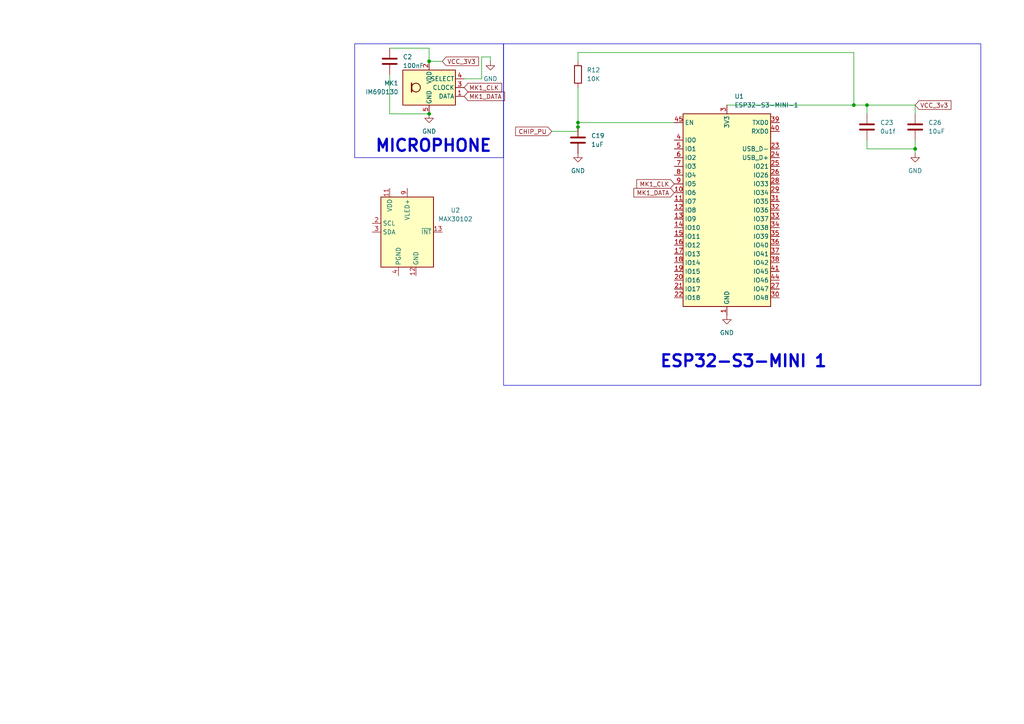
<source format=kicad_sch>
(kicad_sch
	(version 20231120)
	(generator "eeschema")
	(generator_version "8.0")
	(uuid "78882460-d555-4043-acb5-54fa315d5788")
	(paper "A4")
	(lib_symbols
		(symbol "Device:C"
			(pin_numbers hide)
			(pin_names
				(offset 0.254)
			)
			(exclude_from_sim no)
			(in_bom yes)
			(on_board yes)
			(property "Reference" "C"
				(at 0.635 2.54 0)
				(effects
					(font
						(size 1.27 1.27)
					)
					(justify left)
				)
			)
			(property "Value" "C"
				(at 0.635 -2.54 0)
				(effects
					(font
						(size 1.27 1.27)
					)
					(justify left)
				)
			)
			(property "Footprint" ""
				(at 0.9652 -3.81 0)
				(effects
					(font
						(size 1.27 1.27)
					)
					(hide yes)
				)
			)
			(property "Datasheet" "~"
				(at 0 0 0)
				(effects
					(font
						(size 1.27 1.27)
					)
					(hide yes)
				)
			)
			(property "Description" "Unpolarized capacitor"
				(at 0 0 0)
				(effects
					(font
						(size 1.27 1.27)
					)
					(hide yes)
				)
			)
			(property "ki_keywords" "cap capacitor"
				(at 0 0 0)
				(effects
					(font
						(size 1.27 1.27)
					)
					(hide yes)
				)
			)
			(property "ki_fp_filters" "C_*"
				(at 0 0 0)
				(effects
					(font
						(size 1.27 1.27)
					)
					(hide yes)
				)
			)
			(symbol "C_0_1"
				(polyline
					(pts
						(xy -2.032 -0.762) (xy 2.032 -0.762)
					)
					(stroke
						(width 0.508)
						(type default)
					)
					(fill
						(type none)
					)
				)
				(polyline
					(pts
						(xy -2.032 0.762) (xy 2.032 0.762)
					)
					(stroke
						(width 0.508)
						(type default)
					)
					(fill
						(type none)
					)
				)
			)
			(symbol "C_1_1"
				(pin passive line
					(at 0 3.81 270)
					(length 2.794)
					(name "~"
						(effects
							(font
								(size 1.27 1.27)
							)
						)
					)
					(number "1"
						(effects
							(font
								(size 1.27 1.27)
							)
						)
					)
				)
				(pin passive line
					(at 0 -3.81 90)
					(length 2.794)
					(name "~"
						(effects
							(font
								(size 1.27 1.27)
							)
						)
					)
					(number "2"
						(effects
							(font
								(size 1.27 1.27)
							)
						)
					)
				)
			)
		)
		(symbol "Device:R"
			(pin_numbers hide)
			(pin_names
				(offset 0)
			)
			(exclude_from_sim no)
			(in_bom yes)
			(on_board yes)
			(property "Reference" "R"
				(at 2.032 0 90)
				(effects
					(font
						(size 1.27 1.27)
					)
				)
			)
			(property "Value" "R"
				(at 0 0 90)
				(effects
					(font
						(size 1.27 1.27)
					)
				)
			)
			(property "Footprint" ""
				(at -1.778 0 90)
				(effects
					(font
						(size 1.27 1.27)
					)
					(hide yes)
				)
			)
			(property "Datasheet" "~"
				(at 0 0 0)
				(effects
					(font
						(size 1.27 1.27)
					)
					(hide yes)
				)
			)
			(property "Description" "Resistor"
				(at 0 0 0)
				(effects
					(font
						(size 1.27 1.27)
					)
					(hide yes)
				)
			)
			(property "ki_keywords" "R res resistor"
				(at 0 0 0)
				(effects
					(font
						(size 1.27 1.27)
					)
					(hide yes)
				)
			)
			(property "ki_fp_filters" "R_*"
				(at 0 0 0)
				(effects
					(font
						(size 1.27 1.27)
					)
					(hide yes)
				)
			)
			(symbol "R_0_1"
				(rectangle
					(start -1.016 -2.54)
					(end 1.016 2.54)
					(stroke
						(width 0.254)
						(type default)
					)
					(fill
						(type none)
					)
				)
			)
			(symbol "R_1_1"
				(pin passive line
					(at 0 3.81 270)
					(length 1.27)
					(name "~"
						(effects
							(font
								(size 1.27 1.27)
							)
						)
					)
					(number "1"
						(effects
							(font
								(size 1.27 1.27)
							)
						)
					)
				)
				(pin passive line
					(at 0 -3.81 90)
					(length 1.27)
					(name "~"
						(effects
							(font
								(size 1.27 1.27)
							)
						)
					)
					(number "2"
						(effects
							(font
								(size 1.27 1.27)
							)
						)
					)
				)
			)
		)
		(symbol "RF_Module:ESP32-S3-MINI-1"
			(exclude_from_sim no)
			(in_bom yes)
			(on_board yes)
			(property "Reference" "U"
				(at -11.43 29.21 0)
				(effects
					(font
						(size 1.27 1.27)
					)
				)
			)
			(property "Value" "ESP32-S3-MINI-1"
				(at 12.7 29.21 0)
				(effects
					(font
						(size 1.27 1.27)
					)
				)
			)
			(property "Footprint" "RF_Module:ESP32-S2-MINI-1"
				(at 15.24 -29.21 0)
				(effects
					(font
						(size 1.27 1.27)
					)
					(hide yes)
				)
			)
			(property "Datasheet" "https://www.espressif.com/sites/default/files/documentation/esp32-s3-mini-1_mini-1u_datasheet_en.pdf"
				(at 0 40.64 0)
				(effects
					(font
						(size 1.27 1.27)
					)
					(hide yes)
				)
			)
			(property "Description" "RF Module, ESP32-S3 SoC, Wi-Fi 802.11b/g/n, Bluetooth, BLE, 32-bit, 3.3V, SMD, onboard antenna"
				(at 0 43.18 0)
				(effects
					(font
						(size 1.27 1.27)
					)
					(hide yes)
				)
			)
			(property "ki_keywords" "RF Radio BT ESP ESP32-S3 Espressif"
				(at 0 0 0)
				(effects
					(font
						(size 1.27 1.27)
					)
					(hide yes)
				)
			)
			(property "ki_fp_filters" "ESP32?S*MINI?1"
				(at 0 0 0)
				(effects
					(font
						(size 1.27 1.27)
					)
					(hide yes)
				)
			)
			(symbol "ESP32-S3-MINI-1_0_1"
				(rectangle
					(start -12.7 27.94)
					(end 12.7 -27.94)
					(stroke
						(width 0.254)
						(type default)
					)
					(fill
						(type background)
					)
				)
			)
			(symbol "ESP32-S3-MINI-1_1_1"
				(pin power_in line
					(at 0 -30.48 90)
					(length 2.54)
					(name "GND"
						(effects
							(font
								(size 1.27 1.27)
							)
						)
					)
					(number "1"
						(effects
							(font
								(size 1.27 1.27)
							)
						)
					)
				)
				(pin bidirectional line
					(at -15.24 5.08 0)
					(length 2.54)
					(name "IO6"
						(effects
							(font
								(size 1.27 1.27)
							)
						)
					)
					(number "10"
						(effects
							(font
								(size 1.27 1.27)
							)
						)
					)
				)
				(pin bidirectional line
					(at -15.24 2.54 0)
					(length 2.54)
					(name "IO7"
						(effects
							(font
								(size 1.27 1.27)
							)
						)
					)
					(number "11"
						(effects
							(font
								(size 1.27 1.27)
							)
						)
					)
				)
				(pin bidirectional line
					(at -15.24 0 0)
					(length 2.54)
					(name "IO8"
						(effects
							(font
								(size 1.27 1.27)
							)
						)
					)
					(number "12"
						(effects
							(font
								(size 1.27 1.27)
							)
						)
					)
				)
				(pin bidirectional line
					(at -15.24 -2.54 0)
					(length 2.54)
					(name "IO9"
						(effects
							(font
								(size 1.27 1.27)
							)
						)
					)
					(number "13"
						(effects
							(font
								(size 1.27 1.27)
							)
						)
					)
				)
				(pin bidirectional line
					(at -15.24 -5.08 0)
					(length 2.54)
					(name "IO10"
						(effects
							(font
								(size 1.27 1.27)
							)
						)
					)
					(number "14"
						(effects
							(font
								(size 1.27 1.27)
							)
						)
					)
				)
				(pin bidirectional line
					(at -15.24 -7.62 0)
					(length 2.54)
					(name "IO11"
						(effects
							(font
								(size 1.27 1.27)
							)
						)
					)
					(number "15"
						(effects
							(font
								(size 1.27 1.27)
							)
						)
					)
				)
				(pin bidirectional line
					(at -15.24 -10.16 0)
					(length 2.54)
					(name "IO12"
						(effects
							(font
								(size 1.27 1.27)
							)
						)
					)
					(number "16"
						(effects
							(font
								(size 1.27 1.27)
							)
						)
					)
				)
				(pin bidirectional line
					(at -15.24 -12.7 0)
					(length 2.54)
					(name "IO13"
						(effects
							(font
								(size 1.27 1.27)
							)
						)
					)
					(number "17"
						(effects
							(font
								(size 1.27 1.27)
							)
						)
					)
				)
				(pin bidirectional line
					(at -15.24 -15.24 0)
					(length 2.54)
					(name "IO14"
						(effects
							(font
								(size 1.27 1.27)
							)
						)
					)
					(number "18"
						(effects
							(font
								(size 1.27 1.27)
							)
						)
					)
				)
				(pin bidirectional line
					(at -15.24 -17.78 0)
					(length 2.54)
					(name "IO15"
						(effects
							(font
								(size 1.27 1.27)
							)
						)
					)
					(number "19"
						(effects
							(font
								(size 1.27 1.27)
							)
						)
					)
				)
				(pin passive line
					(at 0 -30.48 90)
					(length 2.54) hide
					(name "GND"
						(effects
							(font
								(size 1.27 1.27)
							)
						)
					)
					(number "2"
						(effects
							(font
								(size 1.27 1.27)
							)
						)
					)
				)
				(pin bidirectional line
					(at -15.24 -20.32 0)
					(length 2.54)
					(name "IO16"
						(effects
							(font
								(size 1.27 1.27)
							)
						)
					)
					(number "20"
						(effects
							(font
								(size 1.27 1.27)
							)
						)
					)
				)
				(pin bidirectional line
					(at -15.24 -22.86 0)
					(length 2.54)
					(name "IO17"
						(effects
							(font
								(size 1.27 1.27)
							)
						)
					)
					(number "21"
						(effects
							(font
								(size 1.27 1.27)
							)
						)
					)
				)
				(pin bidirectional line
					(at -15.24 -25.4 0)
					(length 2.54)
					(name "IO18"
						(effects
							(font
								(size 1.27 1.27)
							)
						)
					)
					(number "22"
						(effects
							(font
								(size 1.27 1.27)
							)
						)
					)
				)
				(pin bidirectional line
					(at 15.24 17.78 180)
					(length 2.54)
					(name "USB_D-"
						(effects
							(font
								(size 1.27 1.27)
							)
						)
					)
					(number "23"
						(effects
							(font
								(size 1.27 1.27)
							)
						)
					)
					(alternate "IO19" bidirectional line)
				)
				(pin bidirectional line
					(at 15.24 15.24 180)
					(length 2.54)
					(name "USB_D+"
						(effects
							(font
								(size 1.27 1.27)
							)
						)
					)
					(number "24"
						(effects
							(font
								(size 1.27 1.27)
							)
						)
					)
					(alternate "IO20" bidirectional line)
				)
				(pin bidirectional line
					(at 15.24 12.7 180)
					(length 2.54)
					(name "IO21"
						(effects
							(font
								(size 1.27 1.27)
							)
						)
					)
					(number "25"
						(effects
							(font
								(size 1.27 1.27)
							)
						)
					)
				)
				(pin bidirectional line
					(at 15.24 10.16 180)
					(length 2.54)
					(name "IO26"
						(effects
							(font
								(size 1.27 1.27)
							)
						)
					)
					(number "26"
						(effects
							(font
								(size 1.27 1.27)
							)
						)
					)
				)
				(pin bidirectional line
					(at 15.24 -22.86 180)
					(length 2.54)
					(name "IO47"
						(effects
							(font
								(size 1.27 1.27)
							)
						)
					)
					(number "27"
						(effects
							(font
								(size 1.27 1.27)
							)
						)
					)
				)
				(pin bidirectional line
					(at 15.24 7.62 180)
					(length 2.54)
					(name "IO33"
						(effects
							(font
								(size 1.27 1.27)
							)
						)
					)
					(number "28"
						(effects
							(font
								(size 1.27 1.27)
							)
						)
					)
				)
				(pin bidirectional line
					(at 15.24 5.08 180)
					(length 2.54)
					(name "IO34"
						(effects
							(font
								(size 1.27 1.27)
							)
						)
					)
					(number "29"
						(effects
							(font
								(size 1.27 1.27)
							)
						)
					)
				)
				(pin power_in line
					(at 0 30.48 270)
					(length 2.54)
					(name "3V3"
						(effects
							(font
								(size 1.27 1.27)
							)
						)
					)
					(number "3"
						(effects
							(font
								(size 1.27 1.27)
							)
						)
					)
				)
				(pin bidirectional line
					(at 15.24 -25.4 180)
					(length 2.54)
					(name "IO48"
						(effects
							(font
								(size 1.27 1.27)
							)
						)
					)
					(number "30"
						(effects
							(font
								(size 1.27 1.27)
							)
						)
					)
				)
				(pin bidirectional line
					(at 15.24 2.54 180)
					(length 2.54)
					(name "IO35"
						(effects
							(font
								(size 1.27 1.27)
							)
						)
					)
					(number "31"
						(effects
							(font
								(size 1.27 1.27)
							)
						)
					)
				)
				(pin bidirectional line
					(at 15.24 0 180)
					(length 2.54)
					(name "IO36"
						(effects
							(font
								(size 1.27 1.27)
							)
						)
					)
					(number "32"
						(effects
							(font
								(size 1.27 1.27)
							)
						)
					)
				)
				(pin bidirectional line
					(at 15.24 -2.54 180)
					(length 2.54)
					(name "IO37"
						(effects
							(font
								(size 1.27 1.27)
							)
						)
					)
					(number "33"
						(effects
							(font
								(size 1.27 1.27)
							)
						)
					)
				)
				(pin bidirectional line
					(at 15.24 -5.08 180)
					(length 2.54)
					(name "IO38"
						(effects
							(font
								(size 1.27 1.27)
							)
						)
					)
					(number "34"
						(effects
							(font
								(size 1.27 1.27)
							)
						)
					)
				)
				(pin bidirectional line
					(at 15.24 -7.62 180)
					(length 2.54)
					(name "IO39"
						(effects
							(font
								(size 1.27 1.27)
							)
						)
					)
					(number "35"
						(effects
							(font
								(size 1.27 1.27)
							)
						)
					)
				)
				(pin bidirectional line
					(at 15.24 -10.16 180)
					(length 2.54)
					(name "IO40"
						(effects
							(font
								(size 1.27 1.27)
							)
						)
					)
					(number "36"
						(effects
							(font
								(size 1.27 1.27)
							)
						)
					)
				)
				(pin bidirectional line
					(at 15.24 -12.7 180)
					(length 2.54)
					(name "IO41"
						(effects
							(font
								(size 1.27 1.27)
							)
						)
					)
					(number "37"
						(effects
							(font
								(size 1.27 1.27)
							)
						)
					)
				)
				(pin bidirectional line
					(at 15.24 -15.24 180)
					(length 2.54)
					(name "IO42"
						(effects
							(font
								(size 1.27 1.27)
							)
						)
					)
					(number "38"
						(effects
							(font
								(size 1.27 1.27)
							)
						)
					)
				)
				(pin bidirectional line
					(at 15.24 25.4 180)
					(length 2.54)
					(name "TXD0"
						(effects
							(font
								(size 1.27 1.27)
							)
						)
					)
					(number "39"
						(effects
							(font
								(size 1.27 1.27)
							)
						)
					)
				)
				(pin bidirectional line
					(at -15.24 20.32 0)
					(length 2.54)
					(name "IO0"
						(effects
							(font
								(size 1.27 1.27)
							)
						)
					)
					(number "4"
						(effects
							(font
								(size 1.27 1.27)
							)
						)
					)
				)
				(pin bidirectional line
					(at 15.24 22.86 180)
					(length 2.54)
					(name "RXD0"
						(effects
							(font
								(size 1.27 1.27)
							)
						)
					)
					(number "40"
						(effects
							(font
								(size 1.27 1.27)
							)
						)
					)
				)
				(pin bidirectional line
					(at 15.24 -17.78 180)
					(length 2.54)
					(name "IO45"
						(effects
							(font
								(size 1.27 1.27)
							)
						)
					)
					(number "41"
						(effects
							(font
								(size 1.27 1.27)
							)
						)
					)
				)
				(pin passive line
					(at 0 -30.48 90)
					(length 2.54) hide
					(name "GND"
						(effects
							(font
								(size 1.27 1.27)
							)
						)
					)
					(number "42"
						(effects
							(font
								(size 1.27 1.27)
							)
						)
					)
				)
				(pin passive line
					(at 0 -30.48 90)
					(length 2.54) hide
					(name "GND"
						(effects
							(font
								(size 1.27 1.27)
							)
						)
					)
					(number "43"
						(effects
							(font
								(size 1.27 1.27)
							)
						)
					)
				)
				(pin bidirectional line
					(at 15.24 -20.32 180)
					(length 2.54)
					(name "IO46"
						(effects
							(font
								(size 1.27 1.27)
							)
						)
					)
					(number "44"
						(effects
							(font
								(size 1.27 1.27)
							)
						)
					)
				)
				(pin input line
					(at -15.24 25.4 0)
					(length 2.54)
					(name "EN"
						(effects
							(font
								(size 1.27 1.27)
							)
						)
					)
					(number "45"
						(effects
							(font
								(size 1.27 1.27)
							)
						)
					)
				)
				(pin passive line
					(at 0 -30.48 90)
					(length 2.54) hide
					(name "GND"
						(effects
							(font
								(size 1.27 1.27)
							)
						)
					)
					(number "46"
						(effects
							(font
								(size 1.27 1.27)
							)
						)
					)
				)
				(pin passive line
					(at 0 -30.48 90)
					(length 2.54) hide
					(name "GND"
						(effects
							(font
								(size 1.27 1.27)
							)
						)
					)
					(number "47"
						(effects
							(font
								(size 1.27 1.27)
							)
						)
					)
				)
				(pin passive line
					(at 0 -30.48 90)
					(length 2.54) hide
					(name "GND"
						(effects
							(font
								(size 1.27 1.27)
							)
						)
					)
					(number "48"
						(effects
							(font
								(size 1.27 1.27)
							)
						)
					)
				)
				(pin passive line
					(at 0 -30.48 90)
					(length 2.54) hide
					(name "GND"
						(effects
							(font
								(size 1.27 1.27)
							)
						)
					)
					(number "49"
						(effects
							(font
								(size 1.27 1.27)
							)
						)
					)
				)
				(pin bidirectional line
					(at -15.24 17.78 0)
					(length 2.54)
					(name "IO1"
						(effects
							(font
								(size 1.27 1.27)
							)
						)
					)
					(number "5"
						(effects
							(font
								(size 1.27 1.27)
							)
						)
					)
				)
				(pin passive line
					(at 0 -30.48 90)
					(length 2.54) hide
					(name "GND"
						(effects
							(font
								(size 1.27 1.27)
							)
						)
					)
					(number "50"
						(effects
							(font
								(size 1.27 1.27)
							)
						)
					)
				)
				(pin passive line
					(at 0 -30.48 90)
					(length 2.54) hide
					(name "GND"
						(effects
							(font
								(size 1.27 1.27)
							)
						)
					)
					(number "51"
						(effects
							(font
								(size 1.27 1.27)
							)
						)
					)
				)
				(pin passive line
					(at 0 -30.48 90)
					(length 2.54) hide
					(name "GND"
						(effects
							(font
								(size 1.27 1.27)
							)
						)
					)
					(number "52"
						(effects
							(font
								(size 1.27 1.27)
							)
						)
					)
				)
				(pin passive line
					(at 0 -30.48 90)
					(length 2.54) hide
					(name "GND"
						(effects
							(font
								(size 1.27 1.27)
							)
						)
					)
					(number "53"
						(effects
							(font
								(size 1.27 1.27)
							)
						)
					)
				)
				(pin passive line
					(at 0 -30.48 90)
					(length 2.54) hide
					(name "GND"
						(effects
							(font
								(size 1.27 1.27)
							)
						)
					)
					(number "54"
						(effects
							(font
								(size 1.27 1.27)
							)
						)
					)
				)
				(pin passive line
					(at 0 -30.48 90)
					(length 2.54) hide
					(name "GND"
						(effects
							(font
								(size 1.27 1.27)
							)
						)
					)
					(number "55"
						(effects
							(font
								(size 1.27 1.27)
							)
						)
					)
				)
				(pin passive line
					(at 0 -30.48 90)
					(length 2.54) hide
					(name "GND"
						(effects
							(font
								(size 1.27 1.27)
							)
						)
					)
					(number "56"
						(effects
							(font
								(size 1.27 1.27)
							)
						)
					)
				)
				(pin passive line
					(at 0 -30.48 90)
					(length 2.54) hide
					(name "GND"
						(effects
							(font
								(size 1.27 1.27)
							)
						)
					)
					(number "57"
						(effects
							(font
								(size 1.27 1.27)
							)
						)
					)
				)
				(pin passive line
					(at 0 -30.48 90)
					(length 2.54) hide
					(name "GND"
						(effects
							(font
								(size 1.27 1.27)
							)
						)
					)
					(number "58"
						(effects
							(font
								(size 1.27 1.27)
							)
						)
					)
				)
				(pin passive line
					(at 0 -30.48 90)
					(length 2.54) hide
					(name "GND"
						(effects
							(font
								(size 1.27 1.27)
							)
						)
					)
					(number "59"
						(effects
							(font
								(size 1.27 1.27)
							)
						)
					)
				)
				(pin bidirectional line
					(at -15.24 15.24 0)
					(length 2.54)
					(name "IO2"
						(effects
							(font
								(size 1.27 1.27)
							)
						)
					)
					(number "6"
						(effects
							(font
								(size 1.27 1.27)
							)
						)
					)
				)
				(pin passive line
					(at 0 -30.48 90)
					(length 2.54) hide
					(name "GND"
						(effects
							(font
								(size 1.27 1.27)
							)
						)
					)
					(number "60"
						(effects
							(font
								(size 1.27 1.27)
							)
						)
					)
				)
				(pin passive line
					(at 0 -30.48 90)
					(length 2.54) hide
					(name "GND"
						(effects
							(font
								(size 1.27 1.27)
							)
						)
					)
					(number "61"
						(effects
							(font
								(size 1.27 1.27)
							)
						)
					)
				)
				(pin passive line
					(at 0 -30.48 90)
					(length 2.54) hide
					(name "GND"
						(effects
							(font
								(size 1.27 1.27)
							)
						)
					)
					(number "62"
						(effects
							(font
								(size 1.27 1.27)
							)
						)
					)
				)
				(pin passive line
					(at 0 -30.48 90)
					(length 2.54) hide
					(name "GND"
						(effects
							(font
								(size 1.27 1.27)
							)
						)
					)
					(number "63"
						(effects
							(font
								(size 1.27 1.27)
							)
						)
					)
				)
				(pin passive line
					(at 0 -30.48 90)
					(length 2.54) hide
					(name "GND"
						(effects
							(font
								(size 1.27 1.27)
							)
						)
					)
					(number "64"
						(effects
							(font
								(size 1.27 1.27)
							)
						)
					)
				)
				(pin passive line
					(at 0 -30.48 90)
					(length 2.54) hide
					(name "GND"
						(effects
							(font
								(size 1.27 1.27)
							)
						)
					)
					(number "65"
						(effects
							(font
								(size 1.27 1.27)
							)
						)
					)
				)
				(pin bidirectional line
					(at -15.24 12.7 0)
					(length 2.54)
					(name "IO3"
						(effects
							(font
								(size 1.27 1.27)
							)
						)
					)
					(number "7"
						(effects
							(font
								(size 1.27 1.27)
							)
						)
					)
				)
				(pin bidirectional line
					(at -15.24 10.16 0)
					(length 2.54)
					(name "IO4"
						(effects
							(font
								(size 1.27 1.27)
							)
						)
					)
					(number "8"
						(effects
							(font
								(size 1.27 1.27)
							)
						)
					)
				)
				(pin bidirectional line
					(at -15.24 7.62 0)
					(length 2.54)
					(name "IO5"
						(effects
							(font
								(size 1.27 1.27)
							)
						)
					)
					(number "9"
						(effects
							(font
								(size 1.27 1.27)
							)
						)
					)
				)
			)
		)
		(symbol "Sensor:MAX30102"
			(exclude_from_sim no)
			(in_bom yes)
			(on_board yes)
			(property "Reference" "U"
				(at 7.62 15.24 0)
				(effects
					(font
						(size 1.27 1.27)
					)
				)
			)
			(property "Value" "MAX30102"
				(at 7.62 12.7 0)
				(effects
					(font
						(size 1.27 1.27)
					)
				)
			)
			(property "Footprint" "OptoDevice:Maxim_OLGA-14_3.3x5.6mm_P0.8mm"
				(at 0 -2.54 0)
				(effects
					(font
						(size 1.27 1.27)
					)
					(hide yes)
				)
			)
			(property "Datasheet" "https://datasheets.maximintegrated.com/en/ds/MAX30102.pdf"
				(at 0 0 0)
				(effects
					(font
						(size 1.27 1.27)
					)
					(hide yes)
				)
			)
			(property "Description" "Heart Rate Sensor, 14-OLGA"
				(at 0 0 0)
				(effects
					(font
						(size 1.27 1.27)
					)
					(hide yes)
				)
			)
			(property "ki_keywords" "Heart Rate"
				(at 0 0 0)
				(effects
					(font
						(size 1.27 1.27)
					)
					(hide yes)
				)
			)
			(property "ki_fp_filters" "Maxim*OLGA*3.3x5.6mm*P0.8mm*"
				(at 0 0 0)
				(effects
					(font
						(size 1.27 1.27)
					)
					(hide yes)
				)
			)
			(symbol "MAX30102_0_1"
				(rectangle
					(start -7.62 10.16)
					(end 7.62 -10.16)
					(stroke
						(width 0.254)
						(type default)
					)
					(fill
						(type background)
					)
				)
			)
			(symbol "MAX30102_1_1"
				(pin no_connect line
					(at -7.62 5.08 0)
					(length 2.54) hide
					(name "NC"
						(effects
							(font
								(size 1.27 1.27)
							)
						)
					)
					(number "1"
						(effects
							(font
								(size 1.27 1.27)
							)
						)
					)
				)
				(pin passive line
					(at 0 12.7 270)
					(length 2.54) hide
					(name "VLED+"
						(effects
							(font
								(size 1.27 1.27)
							)
						)
					)
					(number "10"
						(effects
							(font
								(size 1.27 1.27)
							)
						)
					)
				)
				(pin power_in line
					(at -5.08 12.7 270)
					(length 2.54)
					(name "VDD"
						(effects
							(font
								(size 1.27 1.27)
							)
						)
					)
					(number "11"
						(effects
							(font
								(size 1.27 1.27)
							)
						)
					)
				)
				(pin power_in line
					(at 2.54 -12.7 90)
					(length 2.54)
					(name "GND"
						(effects
							(font
								(size 1.27 1.27)
							)
						)
					)
					(number "12"
						(effects
							(font
								(size 1.27 1.27)
							)
						)
					)
				)
				(pin output line
					(at 10.16 0 180)
					(length 2.54)
					(name "~{INT}"
						(effects
							(font
								(size 1.27 1.27)
							)
						)
					)
					(number "13"
						(effects
							(font
								(size 1.27 1.27)
							)
						)
					)
				)
				(pin no_connect line
					(at 7.62 2.54 180)
					(length 2.54) hide
					(name "NC"
						(effects
							(font
								(size 1.27 1.27)
							)
						)
					)
					(number "14"
						(effects
							(font
								(size 1.27 1.27)
							)
						)
					)
				)
				(pin input line
					(at -10.16 2.54 0)
					(length 2.54)
					(name "SCL"
						(effects
							(font
								(size 1.27 1.27)
							)
						)
					)
					(number "2"
						(effects
							(font
								(size 1.27 1.27)
							)
						)
					)
				)
				(pin bidirectional line
					(at -10.16 0 0)
					(length 2.54)
					(name "SDA"
						(effects
							(font
								(size 1.27 1.27)
							)
						)
					)
					(number "3"
						(effects
							(font
								(size 1.27 1.27)
							)
						)
					)
				)
				(pin power_in line
					(at -2.54 -12.7 90)
					(length 2.54)
					(name "PGND"
						(effects
							(font
								(size 1.27 1.27)
							)
						)
					)
					(number "4"
						(effects
							(font
								(size 1.27 1.27)
							)
						)
					)
				)
				(pin no_connect line
					(at 7.62 -7.62 180)
					(length 2.54) hide
					(name "NC"
						(effects
							(font
								(size 1.27 1.27)
							)
						)
					)
					(number "5"
						(effects
							(font
								(size 1.27 1.27)
							)
						)
					)
				)
				(pin no_connect line
					(at 7.62 -5.08 180)
					(length 2.54) hide
					(name "NC"
						(effects
							(font
								(size 1.27 1.27)
							)
						)
					)
					(number "6"
						(effects
							(font
								(size 1.27 1.27)
							)
						)
					)
				)
				(pin no_connect line
					(at -7.62 -2.54 0)
					(length 2.54) hide
					(name "NC"
						(effects
							(font
								(size 1.27 1.27)
							)
						)
					)
					(number "7"
						(effects
							(font
								(size 1.27 1.27)
							)
						)
					)
				)
				(pin no_connect line
					(at 7.62 5.08 180)
					(length 2.54) hide
					(name "NC"
						(effects
							(font
								(size 1.27 1.27)
							)
						)
					)
					(number "8"
						(effects
							(font
								(size 1.27 1.27)
							)
						)
					)
				)
				(pin power_in line
					(at 0 12.7 270)
					(length 2.54)
					(name "VLED+"
						(effects
							(font
								(size 1.27 1.27)
							)
						)
					)
					(number "9"
						(effects
							(font
								(size 1.27 1.27)
							)
						)
					)
				)
			)
		)
		(symbol "Sensor_Audio:IM69D130"
			(pin_names
				(offset 0.254)
			)
			(exclude_from_sim no)
			(in_bom yes)
			(on_board yes)
			(property "Reference" "MK"
				(at -7.62 6.35 0)
				(effects
					(font
						(size 1.27 1.27)
					)
					(justify left)
				)
			)
			(property "Value" "IM69D130"
				(at 1.27 6.35 0)
				(effects
					(font
						(size 1.27 1.27)
					)
					(justify left)
				)
			)
			(property "Footprint" "Sensor_Audio:Infineon_PG-LLGA-5-1"
				(at 17.78 -7.62 0)
				(effects
					(font
						(size 1.27 1.27)
						(italic yes)
					)
					(hide yes)
				)
			)
			(property "Datasheet" "https://www.infineon.com/dgdl/Infineon-IM69D130-DS-v01_00-EN.pdf?fileId=5546d462602a9dc801607a0e46511a2e"
				(at 0 0 0)
				(effects
					(font
						(size 1.27 1.27)
					)
					(hide yes)
				)
			)
			(property "Description" "High performance digital XENSIV MEMS microphone, -36 dBFS Sensitivity, LLGA-5"
				(at 0 0 0)
				(effects
					(font
						(size 1.27 1.27)
					)
					(hide yes)
				)
			)
			(property "ki_keywords" "mems microphone"
				(at 0 0 0)
				(effects
					(font
						(size 1.27 1.27)
					)
					(hide yes)
				)
			)
			(property "ki_fp_filters" "Infineon*PG*LLGA*"
				(at 0 0 0)
				(effects
					(font
						(size 1.27 1.27)
					)
					(hide yes)
				)
			)
			(symbol "IM69D130_0_1"
				(rectangle
					(start -7.62 5.08)
					(end 7.62 -5.08)
					(stroke
						(width 0.254)
						(type default)
					)
					(fill
						(type background)
					)
				)
				(circle
					(center -3.81 0)
					(radius 1.27)
					(stroke
						(width 0.254)
						(type default)
					)
					(fill
						(type none)
					)
				)
				(polyline
					(pts
						(xy -5.08 1.27) (xy -5.08 -1.27)
					)
					(stroke
						(width 0.381)
						(type default)
					)
					(fill
						(type none)
					)
				)
			)
			(symbol "IM69D130_1_1"
				(pin output line
					(at 10.16 -2.54 180)
					(length 2.54)
					(name "DATA"
						(effects
							(font
								(size 1.27 1.27)
							)
						)
					)
					(number "1"
						(effects
							(font
								(size 1.27 1.27)
							)
						)
					)
				)
				(pin power_in line
					(at 0 7.62 270)
					(length 2.54)
					(name "VDD"
						(effects
							(font
								(size 1.27 1.27)
							)
						)
					)
					(number "2"
						(effects
							(font
								(size 1.27 1.27)
							)
						)
					)
				)
				(pin input line
					(at 10.16 0 180)
					(length 2.54)
					(name "CLOCK"
						(effects
							(font
								(size 1.27 1.27)
							)
						)
					)
					(number "3"
						(effects
							(font
								(size 1.27 1.27)
							)
						)
					)
				)
				(pin input line
					(at 10.16 2.54 180)
					(length 2.54)
					(name "SELECT"
						(effects
							(font
								(size 1.27 1.27)
							)
						)
					)
					(number "4"
						(effects
							(font
								(size 1.27 1.27)
							)
						)
					)
				)
				(pin power_in line
					(at 0 -7.62 90)
					(length 2.54)
					(name "GND"
						(effects
							(font
								(size 1.27 1.27)
							)
						)
					)
					(number "5"
						(effects
							(font
								(size 1.27 1.27)
							)
						)
					)
				)
			)
		)
		(symbol "power:GND"
			(power)
			(pin_numbers hide)
			(pin_names
				(offset 0) hide)
			(exclude_from_sim no)
			(in_bom yes)
			(on_board yes)
			(property "Reference" "#PWR"
				(at 0 -6.35 0)
				(effects
					(font
						(size 1.27 1.27)
					)
					(hide yes)
				)
			)
			(property "Value" "GND"
				(at 0 -3.81 0)
				(effects
					(font
						(size 1.27 1.27)
					)
				)
			)
			(property "Footprint" ""
				(at 0 0 0)
				(effects
					(font
						(size 1.27 1.27)
					)
					(hide yes)
				)
			)
			(property "Datasheet" ""
				(at 0 0 0)
				(effects
					(font
						(size 1.27 1.27)
					)
					(hide yes)
				)
			)
			(property "Description" "Power symbol creates a global label with name \"GND\" , ground"
				(at 0 0 0)
				(effects
					(font
						(size 1.27 1.27)
					)
					(hide yes)
				)
			)
			(property "ki_keywords" "global power"
				(at 0 0 0)
				(effects
					(font
						(size 1.27 1.27)
					)
					(hide yes)
				)
			)
			(symbol "GND_0_1"
				(polyline
					(pts
						(xy 0 0) (xy 0 -1.27) (xy 1.27 -1.27) (xy 0 -2.54) (xy -1.27 -1.27) (xy 0 -1.27)
					)
					(stroke
						(width 0)
						(type default)
					)
					(fill
						(type none)
					)
				)
			)
			(symbol "GND_1_1"
				(pin power_in line
					(at 0 0 270)
					(length 0)
					(name "~"
						(effects
							(font
								(size 1.27 1.27)
							)
						)
					)
					(number "1"
						(effects
							(font
								(size 1.27 1.27)
							)
						)
					)
				)
			)
		)
	)
	(junction
		(at 167.64 35.56)
		(diameter 0)
		(color 0 0 0 0)
		(uuid "1e6d386f-4579-42b6-bf48-e699b83792fa")
	)
	(junction
		(at 251.46 30.48)
		(diameter 0)
		(color 0 0 0 0)
		(uuid "30756279-a4dc-4287-a9bd-324001ef6fb8")
	)
	(junction
		(at 167.64 36.83)
		(diameter 0)
		(color 0 0 0 0)
		(uuid "61e8a7ba-982c-4403-95b2-6f5b227b0e20")
	)
	(junction
		(at 265.43 43.18)
		(diameter 0)
		(color 0 0 0 0)
		(uuid "6c141ded-5dfa-4255-b4ae-204b95831615")
	)
	(junction
		(at 124.46 33.02)
		(diameter 0)
		(color 0 0 0 0)
		(uuid "c1458c23-27ee-474c-9c0c-380fe9344d7a")
	)
	(junction
		(at 124.46 17.78)
		(diameter 0)
		(color 0 0 0 0)
		(uuid "ce6dff12-17dc-48cf-9de5-cf68226f24dc")
	)
	(junction
		(at 247.65 30.48)
		(diameter 0)
		(color 0 0 0 0)
		(uuid "e0c231a8-8e4d-47bc-a16d-2cd4f2a70dd3")
	)
	(wire
		(pts
			(xy 139.7 22.86) (xy 139.7 16.51)
		)
		(stroke
			(width 0)
			(type default)
		)
		(uuid "07278a87-f21d-42ad-9e3b-5650575c3b98")
	)
	(wire
		(pts
			(xy 160.02 38.1) (xy 167.64 38.1)
		)
		(stroke
			(width 0)
			(type default)
		)
		(uuid "162de601-9567-42f0-b8a9-eb1d6425ece4")
	)
	(wire
		(pts
			(xy 265.43 43.18) (xy 265.43 44.45)
		)
		(stroke
			(width 0)
			(type default)
		)
		(uuid "19b18e12-5e62-4d8d-b0da-9226d972a601")
	)
	(wire
		(pts
			(xy 247.65 30.48) (xy 247.65 15.24)
		)
		(stroke
			(width 0)
			(type default)
		)
		(uuid "2c5dc72c-4075-494e-ad67-433780e32ee6")
	)
	(wire
		(pts
			(xy 113.03 21.59) (xy 113.03 33.02)
		)
		(stroke
			(width 0)
			(type default)
		)
		(uuid "2ccc28fc-8015-4bf3-b381-937542ff63c1")
	)
	(wire
		(pts
			(xy 167.64 35.56) (xy 195.58 35.56)
		)
		(stroke
			(width 0)
			(type default)
		)
		(uuid "2f7cbb9d-f04e-4edc-a452-3a60aa0cf241")
	)
	(wire
		(pts
			(xy 167.64 38.1) (xy 167.64 36.83)
		)
		(stroke
			(width 0)
			(type default)
		)
		(uuid "32bcab80-7861-473e-a722-2d4ca01eb730")
	)
	(wire
		(pts
			(xy 124.46 17.78) (xy 128.27 17.78)
		)
		(stroke
			(width 0)
			(type default)
		)
		(uuid "4536adc1-e01c-464a-be8b-61e7df189a8a")
	)
	(wire
		(pts
			(xy 139.7 16.51) (xy 142.24 16.51)
		)
		(stroke
			(width 0)
			(type default)
		)
		(uuid "47763f75-8b0e-4c9e-8708-bb629d6f2560")
	)
	(wire
		(pts
			(xy 247.65 30.48) (xy 251.46 30.48)
		)
		(stroke
			(width 0)
			(type default)
		)
		(uuid "5e7b93cb-a7c5-4787-93e1-ab29130bde4f")
	)
	(wire
		(pts
			(xy 167.64 25.4) (xy 167.64 35.56)
		)
		(stroke
			(width 0)
			(type default)
		)
		(uuid "6bbf6345-5365-4a3a-a077-38f88f91be59")
	)
	(wire
		(pts
			(xy 247.65 15.24) (xy 167.64 15.24)
		)
		(stroke
			(width 0)
			(type default)
		)
		(uuid "6ed282cc-828e-402c-9e05-7e8e4e715c99")
	)
	(wire
		(pts
			(xy 113.03 13.97) (xy 124.46 13.97)
		)
		(stroke
			(width 0)
			(type default)
		)
		(uuid "915ec73f-8fb4-4221-90fe-daef4aaeff40")
	)
	(wire
		(pts
			(xy 167.64 36.83) (xy 167.64 35.56)
		)
		(stroke
			(width 0)
			(type default)
		)
		(uuid "9bae73a9-8d32-46b3-849c-7e99c40cdc6e")
	)
	(wire
		(pts
			(xy 265.43 40.64) (xy 265.43 43.18)
		)
		(stroke
			(width 0)
			(type default)
		)
		(uuid "abc9bc4c-4600-4bc0-bd51-85bd8156c15e")
	)
	(wire
		(pts
			(xy 251.46 30.48) (xy 265.43 30.48)
		)
		(stroke
			(width 0)
			(type default)
		)
		(uuid "b2233136-731d-45a9-ae94-dfc97293b3f4")
	)
	(wire
		(pts
			(xy 167.64 15.24) (xy 167.64 17.78)
		)
		(stroke
			(width 0)
			(type default)
		)
		(uuid "b7cd0e03-fb6e-4fce-a9b0-2c75c2a332cd")
	)
	(wire
		(pts
			(xy 124.46 13.97) (xy 124.46 17.78)
		)
		(stroke
			(width 0)
			(type default)
		)
		(uuid "bdddafac-a82a-48ec-8e28-3b8181cd1f37")
	)
	(wire
		(pts
			(xy 113.03 33.02) (xy 124.46 33.02)
		)
		(stroke
			(width 0)
			(type default)
		)
		(uuid "d62f6329-d98e-4071-8a9b-fb2741ba290e")
	)
	(wire
		(pts
			(xy 265.43 30.48) (xy 265.43 33.02)
		)
		(stroke
			(width 0)
			(type default)
		)
		(uuid "e0d29c36-9742-4196-bee2-ce72172a6e22")
	)
	(wire
		(pts
			(xy 251.46 30.48) (xy 251.46 33.02)
		)
		(stroke
			(width 0)
			(type default)
		)
		(uuid "e5ad8d40-ac44-4dd9-a980-d7c341efeb50")
	)
	(wire
		(pts
			(xy 134.62 22.86) (xy 139.7 22.86)
		)
		(stroke
			(width 0)
			(type default)
		)
		(uuid "ed9395e9-f25d-4038-996c-fd077a03a8f3")
	)
	(wire
		(pts
			(xy 251.46 43.18) (xy 265.43 43.18)
		)
		(stroke
			(width 0)
			(type default)
		)
		(uuid "f0dfe182-54bb-499d-b97e-1a06994397f4")
	)
	(wire
		(pts
			(xy 251.46 40.64) (xy 251.46 43.18)
		)
		(stroke
			(width 0)
			(type default)
		)
		(uuid "f5dc78b1-bb79-4d28-94df-2d7248253918")
	)
	(wire
		(pts
			(xy 210.82 30.48) (xy 247.65 30.48)
		)
		(stroke
			(width 0)
			(type default)
		)
		(uuid "f6953af0-55c4-44dc-a13d-d64921bce810")
	)
	(wire
		(pts
			(xy 142.24 16.51) (xy 142.24 17.78)
		)
		(stroke
			(width 0)
			(type default)
		)
		(uuid "fc81885d-4447-4041-9b6b-d99a946a5076")
	)
	(rectangle
		(start 102.87 12.7)
		(end 146.05 45.72)
		(stroke
			(width 0)
			(type default)
		)
		(fill
			(type none)
		)
		(uuid 55a25aec-80a3-448d-88ad-8810a0b2bd3f)
	)
	(rectangle
		(start 146.05 12.7)
		(end 284.48 111.76)
		(stroke
			(width 0)
			(type default)
		)
		(fill
			(type none)
		)
		(uuid 7439b5f5-b8a3-4388-ad4b-2bca8a07c8e0)
	)
	(text "MICROPHONE"
		(exclude_from_sim no)
		(at 125.73 42.418 0)
		(effects
			(font
				(size 3.429 3.429)
				(thickness 0.6858)
				(bold yes)
			)
		)
		(uuid "0abcb580-923c-4d0a-b98c-45aa205e3fcb")
	)
	(text "ESP32-S3-MINI 1"
		(exclude_from_sim no)
		(at 215.646 104.902 0)
		(effects
			(font
				(size 3.429 3.429)
				(thickness 0.6858)
				(bold yes)
			)
		)
		(uuid "ceb206bb-fe59-4d1a-850e-4e496e18d305")
	)
	(global_label "VCC_3v3"
		(shape input)
		(at 265.43 30.48 0)
		(fields_autoplaced yes)
		(effects
			(font
				(size 1.27 1.27)
			)
			(justify left)
		)
		(uuid "0b80c408-0335-4ef7-a344-89b5160cd2c3")
		(property "Intersheetrefs" "${INTERSHEET_REFS}"
			(at 276.398 30.48 0)
			(effects
				(font
					(size 1.27 1.27)
				)
				(justify left)
				(hide yes)
			)
		)
	)
	(global_label "CHIP_PU"
		(shape input)
		(at 160.02 38.1 180)
		(fields_autoplaced yes)
		(effects
			(font
				(size 1.27 1.27)
			)
			(justify right)
		)
		(uuid "1ae9b102-41c9-414b-a327-d9b45c7baf49")
		(property "Intersheetrefs" "${INTERSHEET_REFS}"
			(at 171.0486 38.1 0)
			(effects
				(font
					(size 1.27 1.27)
				)
				(justify left)
				(hide yes)
			)
		)
	)
	(global_label "VCC_3V3"
		(shape input)
		(at 128.27 17.78 0)
		(fields_autoplaced yes)
		(effects
			(font
				(size 1.27 1.27)
			)
			(justify left)
		)
		(uuid "26556f18-df91-4921-9854-86b52fd4a5f5")
		(property "Intersheetrefs" "${INTERSHEET_REFS}"
			(at 139.359 17.78 0)
			(effects
				(font
					(size 1.27 1.27)
				)
				(justify left)
				(hide yes)
			)
		)
	)
	(global_label "MK1_CLK"
		(shape input)
		(at 195.58 53.34 180)
		(fields_autoplaced yes)
		(effects
			(font
				(size 1.27 1.27)
			)
			(justify right)
		)
		(uuid "28749ba1-a43a-4e9f-b9af-c0108ee8a011")
		(property "Intersheetrefs" "${INTERSHEET_REFS}"
			(at 184.1282 53.34 0)
			(effects
				(font
					(size 1.27 1.27)
				)
				(justify right)
				(hide yes)
			)
		)
	)
	(global_label "MK1_DATA"
		(shape input)
		(at 134.62 27.94 0)
		(fields_autoplaced yes)
		(effects
			(font
				(size 1.27 1.27)
			)
			(justify left)
		)
		(uuid "30e24fa3-cc60-4341-8b17-6c748503d40a")
		(property "Intersheetrefs" "${INTERSHEET_REFS}"
			(at 146.9185 27.94 0)
			(effects
				(font
					(size 1.27 1.27)
				)
				(justify left)
				(hide yes)
			)
		)
	)
	(global_label "MK1_DATA"
		(shape input)
		(at 195.58 55.88 180)
		(fields_autoplaced yes)
		(effects
			(font
				(size 1.27 1.27)
			)
			(justify right)
		)
		(uuid "eebb9ae6-01b5-4ce2-a579-19798a350aa3")
		(property "Intersheetrefs" "${INTERSHEET_REFS}"
			(at 183.2815 55.88 0)
			(effects
				(font
					(size 1.27 1.27)
				)
				(justify right)
				(hide yes)
			)
		)
	)
	(global_label "MK1_CLK"
		(shape input)
		(at 134.62 25.4 0)
		(fields_autoplaced yes)
		(effects
			(font
				(size 1.27 1.27)
			)
			(justify left)
		)
		(uuid "f13c9e8f-7e89-419e-99bb-b536306d8005")
		(property "Intersheetrefs" "${INTERSHEET_REFS}"
			(at 146.0718 25.4 0)
			(effects
				(font
					(size 1.27 1.27)
				)
				(justify left)
				(hide yes)
			)
		)
	)
	(symbol
		(lib_id "Device:R")
		(at 167.64 21.59 0)
		(unit 1)
		(exclude_from_sim no)
		(in_bom yes)
		(on_board yes)
		(dnp no)
		(fields_autoplaced yes)
		(uuid "01cde56f-6d0a-486c-a82c-d273b2fabeea")
		(property "Reference" "R12"
			(at 170.18 20.3199 0)
			(effects
				(font
					(size 1.27 1.27)
				)
				(justify left)
			)
		)
		(property "Value" "10K"
			(at 170.18 22.8599 0)
			(effects
				(font
					(size 1.27 1.27)
				)
				(justify left)
			)
		)
		(property "Footprint" "Resistor_SMD:R_0603_1608Metric"
			(at 165.862 21.59 90)
			(effects
				(font
					(size 1.27 1.27)
				)
				(hide yes)
			)
		)
		(property "Datasheet" "~"
			(at 167.64 21.59 0)
			(effects
				(font
					(size 1.27 1.27)
				)
				(hide yes)
			)
		)
		(property "Description" "Resistor"
			(at 167.64 21.59 0)
			(effects
				(font
					(size 1.27 1.27)
				)
				(hide yes)
			)
		)
		(pin "1"
			(uuid "16f7ea29-6039-4c0a-b5cf-8db13412135d")
		)
		(pin "2"
			(uuid "ed601818-3477-4d6a-87a5-1d0450b5cd75")
		)
		(instances
			(project ""
				(path "/78882460-d555-4043-acb5-54fa315d5788"
					(reference "R12")
					(unit 1)
				)
			)
		)
	)
	(symbol
		(lib_id "Sensor_Audio:IM69D130")
		(at 124.46 25.4 0)
		(unit 1)
		(exclude_from_sim no)
		(in_bom yes)
		(on_board yes)
		(dnp no)
		(fields_autoplaced yes)
		(uuid "18960708-43f8-4729-9158-3aa8f4c5bc57")
		(property "Reference" "MK1"
			(at 115.57 24.1299 0)
			(effects
				(font
					(size 1.27 1.27)
				)
				(justify right)
			)
		)
		(property "Value" "IM69D130"
			(at 115.57 26.6699 0)
			(effects
				(font
					(size 1.27 1.27)
				)
				(justify right)
			)
		)
		(property "Footprint" "Sensor_Audio:Infineon_PG-LLGA-5-2"
			(at 142.24 33.02 0)
			(effects
				(font
					(size 1.27 1.27)
					(italic yes)
				)
				(hide yes)
			)
		)
		(property "Datasheet" "https://www.infineon.com/dgdl/Infineon-IM69D130-DS-v01_00-EN.pdf?fileId=5546d462602a9dc801607a0e46511a2e"
			(at 124.46 25.4 0)
			(effects
				(font
					(size 1.27 1.27)
				)
				(hide yes)
			)
		)
		(property "Description" "High performance digital XENSIV MEMS microphone, -36 dBFS Sensitivity, LLGA-5"
			(at 124.46 25.4 0)
			(effects
				(font
					(size 1.27 1.27)
				)
				(hide yes)
			)
		)
		(pin "2"
			(uuid "eed613f7-34a6-42c4-8d27-cd98a6558662")
		)
		(pin "4"
			(uuid "b3e33fbe-7e76-4c68-90c8-f635b9c089da")
		)
		(pin "3"
			(uuid "b25509d2-fca7-4a91-b04e-b59ccb712ff4")
		)
		(pin "1"
			(uuid "a9317f4f-49a6-48d6-89ea-794997a4c348")
		)
		(pin "5"
			(uuid "7802f7fc-97f3-4018-994b-c6bc768c1283")
		)
		(instances
			(project ""
				(path "/78882460-d555-4043-acb5-54fa315d5788"
					(reference "MK1")
					(unit 1)
				)
			)
		)
	)
	(symbol
		(lib_id "Device:C")
		(at 251.46 36.83 0)
		(unit 1)
		(exclude_from_sim no)
		(in_bom yes)
		(on_board yes)
		(dnp no)
		(fields_autoplaced yes)
		(uuid "32983992-0ee2-43d7-9334-9c7f1288b557")
		(property "Reference" "C23"
			(at 255.27 35.5599 0)
			(effects
				(font
					(size 1.27 1.27)
				)
				(justify left)
			)
		)
		(property "Value" "0u1f"
			(at 255.27 38.0999 0)
			(effects
				(font
					(size 1.27 1.27)
				)
				(justify left)
			)
		)
		(property "Footprint" "Capacitor_SMD:C_0603_1608Metric_Pad1.08x0.95mm_HandSolder"
			(at 252.4252 40.64 0)
			(effects
				(font
					(size 1.27 1.27)
				)
				(hide yes)
			)
		)
		(property "Datasheet" "~"
			(at 251.46 36.83 0)
			(effects
				(font
					(size 1.27 1.27)
				)
				(hide yes)
			)
		)
		(property "Description" "Unpolarized capacitor"
			(at 251.46 36.83 0)
			(effects
				(font
					(size 1.27 1.27)
				)
				(hide yes)
			)
		)
		(pin "2"
			(uuid "c801442c-ee9f-4266-8f6a-cf68cf07bece")
		)
		(pin "1"
			(uuid "c3bcb5f7-fac1-4d02-a030-07d357c50313")
		)
		(instances
			(project ""
				(path "/78882460-d555-4043-acb5-54fa315d5788"
					(reference "C23")
					(unit 1)
				)
			)
		)
	)
	(symbol
		(lib_id "power:GND")
		(at 210.82 91.44 0)
		(unit 1)
		(exclude_from_sim no)
		(in_bom yes)
		(on_board yes)
		(dnp no)
		(fields_autoplaced yes)
		(uuid "3399d3dc-b8bb-4b91-8608-7a4c0aa895d4")
		(property "Reference" "#PWR02"
			(at 210.82 97.79 0)
			(effects
				(font
					(size 1.27 1.27)
				)
				(hide yes)
			)
		)
		(property "Value" "GND"
			(at 210.82 96.52 0)
			(effects
				(font
					(size 1.27 1.27)
				)
			)
		)
		(property "Footprint" ""
			(at 210.82 91.44 0)
			(effects
				(font
					(size 1.27 1.27)
				)
				(hide yes)
			)
		)
		(property "Datasheet" ""
			(at 210.82 91.44 0)
			(effects
				(font
					(size 1.27 1.27)
				)
				(hide yes)
			)
		)
		(property "Description" "Power symbol creates a global label with name \"GND\" , ground"
			(at 210.82 91.44 0)
			(effects
				(font
					(size 1.27 1.27)
				)
				(hide yes)
			)
		)
		(pin "1"
			(uuid "08924759-9386-4a61-8f42-726eb9c89fa3")
		)
		(instances
			(project ""
				(path "/78882460-d555-4043-acb5-54fa315d5788"
					(reference "#PWR02")
					(unit 1)
				)
			)
		)
	)
	(symbol
		(lib_id "Device:C")
		(at 167.64 40.64 0)
		(unit 1)
		(exclude_from_sim no)
		(in_bom yes)
		(on_board yes)
		(dnp no)
		(fields_autoplaced yes)
		(uuid "3d95b2d6-8232-4be1-bb17-07cbcaef5492")
		(property "Reference" "C19"
			(at 171.45 39.3699 0)
			(effects
				(font
					(size 1.27 1.27)
				)
				(justify left)
			)
		)
		(property "Value" "1uF"
			(at 171.45 41.9099 0)
			(effects
				(font
					(size 1.27 1.27)
				)
				(justify left)
			)
		)
		(property "Footprint" "Capacitor_SMD:C_0603_1608Metric_Pad1.08x0.95mm_HandSolder"
			(at 168.6052 44.45 0)
			(effects
				(font
					(size 1.27 1.27)
				)
				(hide yes)
			)
		)
		(property "Datasheet" "~"
			(at 167.64 40.64 0)
			(effects
				(font
					(size 1.27 1.27)
				)
				(hide yes)
			)
		)
		(property "Description" "Unpolarized capacitor"
			(at 167.64 40.64 0)
			(effects
				(font
					(size 1.27 1.27)
				)
				(hide yes)
			)
		)
		(pin "2"
			(uuid "853a3a9a-3ff6-4af5-a25e-8575f71b9b3e")
		)
		(pin "1"
			(uuid "798b71fe-8e05-4233-a34c-1b96d369f427")
		)
		(instances
			(project ""
				(path "/78882460-d555-4043-acb5-54fa315d5788"
					(reference "C19")
					(unit 1)
				)
			)
		)
	)
	(symbol
		(lib_id "Sensor:MAX30102")
		(at 118.11 67.31 0)
		(unit 1)
		(exclude_from_sim no)
		(in_bom yes)
		(on_board yes)
		(dnp no)
		(fields_autoplaced yes)
		(uuid "6f444cd5-49b1-4305-b941-451b77e2489f")
		(property "Reference" "U2"
			(at 132.08 60.9914 0)
			(effects
				(font
					(size 1.27 1.27)
				)
			)
		)
		(property "Value" "MAX30102"
			(at 132.08 63.5314 0)
			(effects
				(font
					(size 1.27 1.27)
				)
			)
		)
		(property "Footprint" "OptoDevice:Maxim_OLGA-14_3.3x5.6mm_P0.8mm"
			(at 118.11 69.85 0)
			(effects
				(font
					(size 1.27 1.27)
				)
				(hide yes)
			)
		)
		(property "Datasheet" "https://datasheets.maximintegrated.com/en/ds/MAX30102.pdf"
			(at 118.11 67.31 0)
			(effects
				(font
					(size 1.27 1.27)
				)
				(hide yes)
			)
		)
		(property "Description" "Heart Rate Sensor, 14-OLGA"
			(at 118.11 67.31 0)
			(effects
				(font
					(size 1.27 1.27)
				)
				(hide yes)
			)
		)
		(pin "13"
			(uuid "5f3c2b83-5251-4440-bcf8-d0200794fb7f")
		)
		(pin "11"
			(uuid "15222866-3afd-41ab-a191-05141ae63e70")
		)
		(pin "14"
			(uuid "b77fb114-19c5-4ac8-8987-ea6d687b4d68")
		)
		(pin "7"
			(uuid "917a642c-21ce-40a6-bb11-5a6c7945b4eb")
		)
		(pin "1"
			(uuid "a04c0001-e4d5-44c1-b036-f0cf93cb48c6")
		)
		(pin "8"
			(uuid "8b20772f-ea0f-4c42-b720-0b3061019473")
		)
		(pin "6"
			(uuid "c5283792-2ad3-4a9b-a47b-79547bb1003f")
		)
		(pin "9"
			(uuid "8708c2ad-b2cc-4519-a9e3-5354e5c1594b")
		)
		(pin "10"
			(uuid "dd2b1781-f470-41cb-a887-4a6c2ddba25b")
		)
		(pin "12"
			(uuid "596fea2e-be20-4c56-9129-ff3f3ce7bab7")
		)
		(pin "3"
			(uuid "972baa6b-b7a2-4816-9d27-bf14c3da0818")
		)
		(pin "4"
			(uuid "ff854081-3729-41df-8af6-1102aa3baf82")
		)
		(pin "5"
			(uuid "bf9b107a-fbd0-42d2-8488-199fbbd7d149")
		)
		(pin "2"
			(uuid "0c7c882b-b942-43cd-a7a3-93aab64066f0")
		)
		(instances
			(project ""
				(path "/78882460-d555-4043-acb5-54fa315d5788"
					(reference "U2")
					(unit 1)
				)
			)
		)
	)
	(symbol
		(lib_id "power:GND")
		(at 124.46 33.02 0)
		(unit 1)
		(exclude_from_sim no)
		(in_bom yes)
		(on_board yes)
		(dnp no)
		(fields_autoplaced yes)
		(uuid "82f9ead5-5f3e-4945-9bf6-2ee2e0cd4a9b")
		(property "Reference" "#PWR04"
			(at 124.46 39.37 0)
			(effects
				(font
					(size 1.27 1.27)
				)
				(hide yes)
			)
		)
		(property "Value" "GND"
			(at 124.46 38.1 0)
			(effects
				(font
					(size 1.27 1.27)
				)
			)
		)
		(property "Footprint" ""
			(at 124.46 33.02 0)
			(effects
				(font
					(size 1.27 1.27)
				)
				(hide yes)
			)
		)
		(property "Datasheet" ""
			(at 124.46 33.02 0)
			(effects
				(font
					(size 1.27 1.27)
				)
				(hide yes)
			)
		)
		(property "Description" "Power symbol creates a global label with name \"GND\" , ground"
			(at 124.46 33.02 0)
			(effects
				(font
					(size 1.27 1.27)
				)
				(hide yes)
			)
		)
		(pin "1"
			(uuid "ade615ad-f256-47f9-b29c-63908544adea")
		)
		(instances
			(project ""
				(path "/78882460-d555-4043-acb5-54fa315d5788"
					(reference "#PWR04")
					(unit 1)
				)
			)
		)
	)
	(symbol
		(lib_id "power:GND")
		(at 167.64 44.45 0)
		(unit 1)
		(exclude_from_sim no)
		(in_bom yes)
		(on_board yes)
		(dnp no)
		(fields_autoplaced yes)
		(uuid "8e8bbb87-4799-4498-b383-b61a8e23b363")
		(property "Reference" "#PWR03"
			(at 167.64 50.8 0)
			(effects
				(font
					(size 1.27 1.27)
				)
				(hide yes)
			)
		)
		(property "Value" "GND"
			(at 167.64 49.53 0)
			(effects
				(font
					(size 1.27 1.27)
				)
			)
		)
		(property "Footprint" ""
			(at 167.64 44.45 0)
			(effects
				(font
					(size 1.27 1.27)
				)
				(hide yes)
			)
		)
		(property "Datasheet" ""
			(at 167.64 44.45 0)
			(effects
				(font
					(size 1.27 1.27)
				)
				(hide yes)
			)
		)
		(property "Description" "Power symbol creates a global label with name \"GND\" , ground"
			(at 167.64 44.45 0)
			(effects
				(font
					(size 1.27 1.27)
				)
				(hide yes)
			)
		)
		(pin "1"
			(uuid "d8688788-ccbc-4b38-9d9e-b0e553415bfe")
		)
		(instances
			(project ""
				(path "/78882460-d555-4043-acb5-54fa315d5788"
					(reference "#PWR03")
					(unit 1)
				)
			)
		)
	)
	(symbol
		(lib_id "Device:C")
		(at 113.03 17.78 0)
		(unit 1)
		(exclude_from_sim no)
		(in_bom yes)
		(on_board yes)
		(dnp no)
		(fields_autoplaced yes)
		(uuid "963149c3-c97a-47b9-89d5-95053ffb2016")
		(property "Reference" "C2"
			(at 116.84 16.5099 0)
			(effects
				(font
					(size 1.27 1.27)
				)
				(justify left)
			)
		)
		(property "Value" "100nF"
			(at 116.84 19.0499 0)
			(effects
				(font
					(size 1.27 1.27)
				)
				(justify left)
			)
		)
		(property "Footprint" "Capacitor_SMD:C_0805_2012Metric_Pad1.18x1.45mm_HandSolder"
			(at 113.9952 21.59 0)
			(effects
				(font
					(size 1.27 1.27)
				)
				(hide yes)
			)
		)
		(property "Datasheet" "~"
			(at 113.03 17.78 0)
			(effects
				(font
					(size 1.27 1.27)
				)
				(hide yes)
			)
		)
		(property "Description" "Unpolarized capacitor"
			(at 113.03 17.78 0)
			(effects
				(font
					(size 1.27 1.27)
				)
				(hide yes)
			)
		)
		(pin "2"
			(uuid "db18834b-3441-435d-b114-a1dcb52c937c")
		)
		(pin "1"
			(uuid "aedbd8c8-60af-4a43-902e-ca279294ed7c")
		)
		(instances
			(project ""
				(path "/78882460-d555-4043-acb5-54fa315d5788"
					(reference "C2")
					(unit 1)
				)
			)
		)
	)
	(symbol
		(lib_id "power:GND")
		(at 142.24 17.78 0)
		(unit 1)
		(exclude_from_sim no)
		(in_bom yes)
		(on_board yes)
		(dnp no)
		(fields_autoplaced yes)
		(uuid "9f2edb97-4d4f-42a7-866a-8710f771c33c")
		(property "Reference" "#PWR05"
			(at 142.24 24.13 0)
			(effects
				(font
					(size 1.27 1.27)
				)
				(hide yes)
			)
		)
		(property "Value" "GND"
			(at 142.24 22.86 0)
			(effects
				(font
					(size 1.27 1.27)
				)
			)
		)
		(property "Footprint" ""
			(at 142.24 17.78 0)
			(effects
				(font
					(size 1.27 1.27)
				)
				(hide yes)
			)
		)
		(property "Datasheet" ""
			(at 142.24 17.78 0)
			(effects
				(font
					(size 1.27 1.27)
				)
				(hide yes)
			)
		)
		(property "Description" "Power symbol creates a global label with name \"GND\" , ground"
			(at 142.24 17.78 0)
			(effects
				(font
					(size 1.27 1.27)
				)
				(hide yes)
			)
		)
		(pin "1"
			(uuid "96555dac-e680-4a95-86c8-98cf86d96d9e")
		)
		(instances
			(project "SmartWatch Schematic"
				(path "/78882460-d555-4043-acb5-54fa315d5788"
					(reference "#PWR05")
					(unit 1)
				)
			)
		)
	)
	(symbol
		(lib_id "RF_Module:ESP32-S3-MINI-1")
		(at 210.82 60.96 0)
		(unit 1)
		(exclude_from_sim no)
		(in_bom yes)
		(on_board yes)
		(dnp no)
		(fields_autoplaced yes)
		(uuid "c2b86e9c-fec7-4746-b761-2ccd66920349")
		(property "Reference" "U1"
			(at 213.0141 27.94 0)
			(effects
				(font
					(size 1.27 1.27)
				)
				(justify left)
			)
		)
		(property "Value" "ESP32-S3-MINI-1"
			(at 213.0141 30.48 0)
			(effects
				(font
					(size 1.27 1.27)
				)
				(justify left)
			)
		)
		(property "Footprint" "RF_Module:ESP32-S2-MINI-1"
			(at 226.06 90.17 0)
			(effects
				(font
					(size 1.27 1.27)
				)
				(hide yes)
			)
		)
		(property "Datasheet" "https://www.espressif.com/sites/default/files/documentation/esp32-s3-mini-1_mini-1u_datasheet_en.pdf"
			(at 210.82 20.32 0)
			(effects
				(font
					(size 1.27 1.27)
				)
				(hide yes)
			)
		)
		(property "Description" "RF Module, ESP32-S3 SoC, Wi-Fi 802.11b/g/n, Bluetooth, BLE, 32-bit, 3.3V, SMD, onboard antenna"
			(at 210.82 17.78 0)
			(effects
				(font
					(size 1.27 1.27)
				)
				(hide yes)
			)
		)
		(pin "43"
			(uuid "7273820d-58a1-4293-910e-b726a6d685e9")
		)
		(pin "14"
			(uuid "a392f624-e5b9-42d1-9dd3-d2e4d78c95fc")
		)
		(pin "61"
			(uuid "7d915687-b55e-4b25-aa37-ce4e55ae9402")
		)
		(pin "24"
			(uuid "ad1ebd03-20a8-4e25-af3a-8e2e746daa55")
		)
		(pin "35"
			(uuid "078efd46-c7d8-4ce8-b49c-585876080b36")
		)
		(pin "46"
			(uuid "05b24d1e-65c1-4dc8-954a-36bb8252dfc4")
		)
		(pin "34"
			(uuid "a2f54e56-30e5-469c-bbcc-3af8a1563a30")
		)
		(pin "12"
			(uuid "ac95decc-3f75-41c3-90f4-1c6a0c6fe6f3")
		)
		(pin "13"
			(uuid "738991da-049c-4491-97ee-ac82ad2838e2")
		)
		(pin "62"
			(uuid "deb282b0-8a22-452a-9cbf-af0760e0a84f")
		)
		(pin "19"
			(uuid "a940347c-a1c9-404e-a0b6-de5b8be28bc6")
		)
		(pin "21"
			(uuid "c277bb7b-d761-4ef6-be38-b0aaec24ff74")
		)
		(pin "16"
			(uuid "b709954a-dabd-4d67-9a3b-a8e982a23dc7")
		)
		(pin "22"
			(uuid "87dcfd94-f5ce-4260-bfa9-a6867dc32f10")
		)
		(pin "36"
			(uuid "5a562951-fbe8-413e-af46-42c173b72c2b")
		)
		(pin "26"
			(uuid "b493dbf3-65af-4d6e-94f7-039283007cdd")
		)
		(pin "30"
			(uuid "5ecb463e-8d9f-4277-af2f-73c80534d535")
		)
		(pin "49"
			(uuid "4c2f91f1-758a-481f-92d0-7ed98bc0bbe9")
		)
		(pin "28"
			(uuid "afbf965f-8f95-49a5-95fc-62d331050157")
		)
		(pin "55"
			(uuid "fae4fa09-7ff2-4edd-b6b8-5f3bc809174a")
		)
		(pin "38"
			(uuid "1b95c0ca-8e90-4fe7-a78f-2902f49048ae")
		)
		(pin "10"
			(uuid "2de30322-7135-4a4c-82f3-6485dfea7023")
		)
		(pin "31"
			(uuid "b4333aeb-a2b0-4821-bf42-71f067306355")
		)
		(pin "32"
			(uuid "96dd2a2b-d8a9-4282-baab-38ec6d6ba871")
		)
		(pin "44"
			(uuid "59dbaf36-bf05-4dc7-bded-ea63a89d880c")
		)
		(pin "53"
			(uuid "7aa1ca3d-942a-41c4-af91-275925a96546")
		)
		(pin "56"
			(uuid "9782093e-0a08-42af-9f08-9bd62322a409")
		)
		(pin "11"
			(uuid "a29c71f0-c409-49b7-b27b-36b657171f4e")
		)
		(pin "20"
			(uuid "c06da3f3-fff0-4b3e-8a01-9b2650fe7ca7")
		)
		(pin "25"
			(uuid "0db99526-a52b-43ed-bbc5-975952abd3a1")
		)
		(pin "52"
			(uuid "333a686c-baf8-4e3f-ac21-cf010a13ea5b")
		)
		(pin "15"
			(uuid "3b15fc36-9a49-4833-a27a-f67a4d6a1990")
		)
		(pin "18"
			(uuid "30b75979-4571-408a-91ed-ba6732557016")
		)
		(pin "57"
			(uuid "355241cf-0084-44ae-88a1-0f46c63817db")
		)
		(pin "58"
			(uuid "cba2ab2c-521f-4c9c-922e-32faf41f8aa5")
		)
		(pin "51"
			(uuid "65da1f9d-236f-4831-89f6-636cde62958b")
		)
		(pin "6"
			(uuid "526d68cd-797d-4057-a79a-13c584b93e98")
		)
		(pin "60"
			(uuid "b2a57863-dded-42bb-8c20-7b9fc007b1d5")
		)
		(pin "40"
			(uuid "3953b727-2b91-4347-834d-2626029099e9")
		)
		(pin "54"
			(uuid "a1fb83dc-1911-42fd-865b-2128fb89dc0d")
		)
		(pin "37"
			(uuid "ac0b026c-c52b-40a5-b8f8-a0b70e1b6fb1")
		)
		(pin "39"
			(uuid "e3f1eefa-ccc5-420f-80ec-f5399a39a0e5")
		)
		(pin "63"
			(uuid "f2acba2c-d9e1-4151-a525-20ebb6cd004a")
		)
		(pin "65"
			(uuid "82bd5e55-1fdf-40a8-9717-ca96304b4738")
		)
		(pin "1"
			(uuid "6d6abd5b-f070-474d-a0c9-2a3c4074f044")
		)
		(pin "27"
			(uuid "6cfed0ec-17be-4cea-914f-ac1602c22377")
		)
		(pin "47"
			(uuid "3080b929-b059-4b9a-a799-25d0d9d26a34")
		)
		(pin "42"
			(uuid "6a5e6807-fc9c-41da-b1d0-85bc8a87901f")
		)
		(pin "41"
			(uuid "1f7f7ca4-39e9-4ecc-b87b-ff91600f234e")
		)
		(pin "48"
			(uuid "d8b0a1a4-ec26-423c-8c97-53cbc090d263")
		)
		(pin "50"
			(uuid "6ec65e00-58a2-4be6-a0f6-87818549cf52")
		)
		(pin "7"
			(uuid "bf448e6c-8f2a-4f25-82cd-479a99cce706")
		)
		(pin "8"
			(uuid "b78fe862-dc7b-43d8-99aa-6fa02ff38c07")
		)
		(pin "23"
			(uuid "0a038408-162f-463b-a746-18e1b3ca61df")
		)
		(pin "29"
			(uuid "54341b22-5743-452e-90d5-bb6cfc01fc10")
		)
		(pin "45"
			(uuid "88163856-bd5c-42bd-ba00-11f22396d248")
		)
		(pin "59"
			(uuid "19073403-6282-46c7-895a-2ad1ecc5398f")
		)
		(pin "64"
			(uuid "9ce32053-3381-4cd2-8b1a-4a907dd7d274")
		)
		(pin "33"
			(uuid "80236e6b-0617-4a3e-ac98-b235f40e48af")
		)
		(pin "3"
			(uuid "f234f1c2-215b-49a9-87dc-58159fcc374b")
		)
		(pin "2"
			(uuid "5d1d3b17-25f9-47c5-9bf7-4bd9f844ed2d")
		)
		(pin "5"
			(uuid "3e8c1ab8-8912-4e6b-8c8d-7b8689fc0991")
		)
		(pin "17"
			(uuid "3d5cf5c0-0b18-459f-9260-7fb4451af3ed")
		)
		(pin "4"
			(uuid "a54c6455-e229-4d23-b108-7200b92821a2")
		)
		(pin "9"
			(uuid "c143ea64-76d4-4d25-8f5e-8a2ddb591ffd")
		)
		(instances
			(project ""
				(path "/78882460-d555-4043-acb5-54fa315d5788"
					(reference "U1")
					(unit 1)
				)
			)
		)
	)
	(symbol
		(lib_id "power:GND")
		(at 265.43 44.45 0)
		(unit 1)
		(exclude_from_sim no)
		(in_bom yes)
		(on_board yes)
		(dnp no)
		(fields_autoplaced yes)
		(uuid "c491f1d3-69d9-4dea-a941-3aff6bffd4db")
		(property "Reference" "#PWR01"
			(at 265.43 50.8 0)
			(effects
				(font
					(size 1.27 1.27)
				)
				(hide yes)
			)
		)
		(property "Value" "GND"
			(at 265.43 49.53 0)
			(effects
				(font
					(size 1.27 1.27)
				)
			)
		)
		(property "Footprint" ""
			(at 265.43 44.45 0)
			(effects
				(font
					(size 1.27 1.27)
				)
				(hide yes)
			)
		)
		(property "Datasheet" ""
			(at 265.43 44.45 0)
			(effects
				(font
					(size 1.27 1.27)
				)
				(hide yes)
			)
		)
		(property "Description" "Power symbol creates a global label with name \"GND\" , ground"
			(at 265.43 44.45 0)
			(effects
				(font
					(size 1.27 1.27)
				)
				(hide yes)
			)
		)
		(pin "1"
			(uuid "805e0a9a-4392-4aa0-a4ee-085a23223fc8")
		)
		(instances
			(project ""
				(path "/78882460-d555-4043-acb5-54fa315d5788"
					(reference "#PWR01")
					(unit 1)
				)
			)
		)
	)
	(symbol
		(lib_id "Device:C")
		(at 265.43 36.83 0)
		(unit 1)
		(exclude_from_sim no)
		(in_bom yes)
		(on_board yes)
		(dnp no)
		(fields_autoplaced yes)
		(uuid "cb141713-3cf3-4387-9a65-7e69cc0602d6")
		(property "Reference" "C26"
			(at 269.24 35.5599 0)
			(effects
				(font
					(size 1.27 1.27)
				)
				(justify left)
			)
		)
		(property "Value" "10uF"
			(at 269.24 38.0999 0)
			(effects
				(font
					(size 1.27 1.27)
				)
				(justify left)
			)
		)
		(property "Footprint" "Capacitor_SMD:C_0805_2012Metric_Pad1.18x1.45mm_HandSolder"
			(at 266.3952 40.64 0)
			(effects
				(font
					(size 1.27 1.27)
				)
				(hide yes)
			)
		)
		(property "Datasheet" "~"
			(at 265.43 36.83 0)
			(effects
				(font
					(size 1.27 1.27)
				)
				(hide yes)
			)
		)
		(property "Description" "Unpolarized capacitor"
			(at 265.43 36.83 0)
			(effects
				(font
					(size 1.27 1.27)
				)
				(hide yes)
			)
		)
		(pin "1"
			(uuid "80d31925-6315-48d9-a58f-a2ed69a47f8a")
		)
		(pin "2"
			(uuid "d1981d2b-e89c-452c-bd7b-562142c91ed3")
		)
		(instances
			(project ""
				(path "/78882460-d555-4043-acb5-54fa315d5788"
					(reference "C26")
					(unit 1)
				)
			)
		)
	)
	(sheet_instances
		(path "/"
			(page "1")
		)
	)
)

</source>
